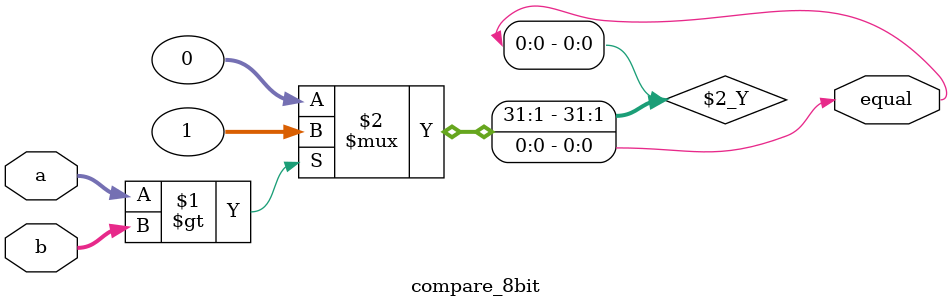
<source format=v>
module compare_8bit(equal,a,b);
  input[7:0] a,b;
  output equal;
  assign equal=(a>b)?1:0;
 endmodule


</source>
